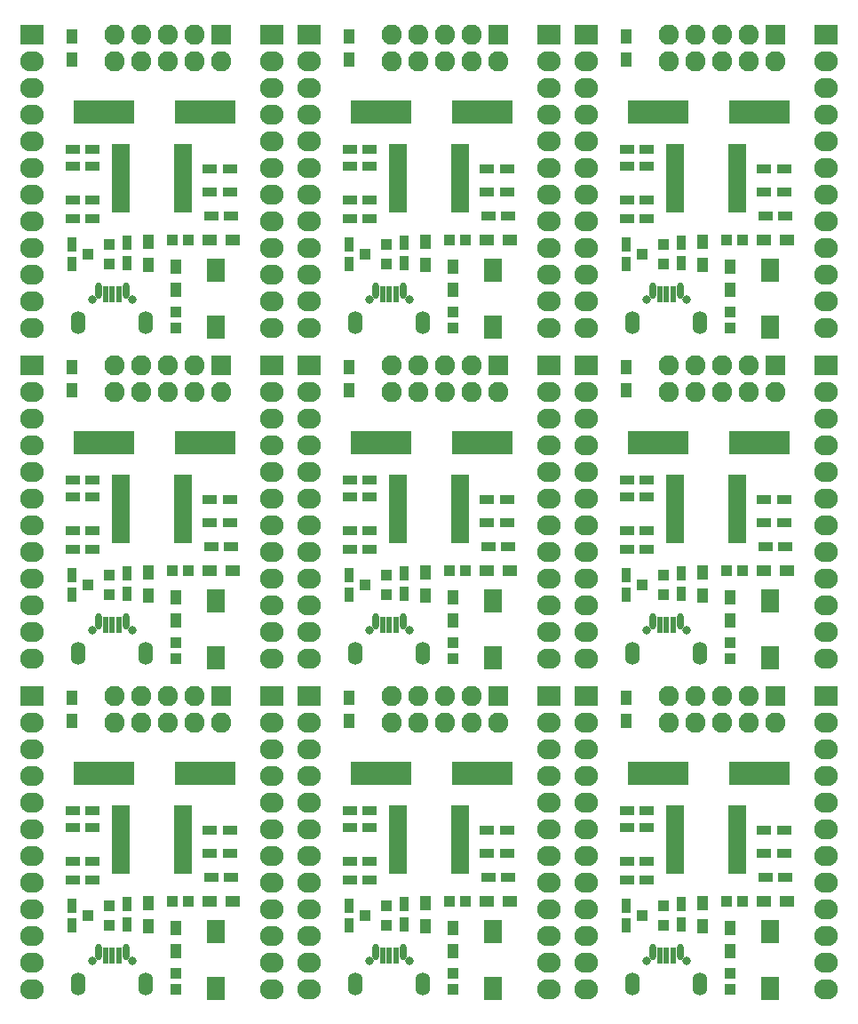
<source format=gts>
G04 #@! TF.FileFunction,Soldermask,Top*
%FSLAX46Y46*%
G04 Gerber Fmt 4.6, Leading zero omitted, Abs format (unit mm)*
G04 Created by KiCad (PCBNEW 4.0.1-2.201512121406+6195~38~ubuntu15.10.1-stable) date Monday, December 14, 2015 PM10:15:38 HKT*
%MOMM*%
G01*
G04 APERTURE LIST*
%ADD10C,0.100000*%
%ADD11R,1.803200X2.203200*%
%ADD12R,5.803900X2.303780*%
%ADD13O,0.603200X1.553200*%
%ADD14R,0.603200X1.553200*%
%ADD15O,1.403200X2.203200*%
%ADD16C,0.803200*%
%ADD17R,1.003300X1.003300*%
%ADD18R,1.653200X0.653200*%
%ADD19R,1.103200X1.403200*%
%ADD20R,1.403200X1.103200*%
%ADD21R,1.930400X1.930400*%
%ADD22O,1.930400X1.930400*%
%ADD23R,2.235200X1.930400*%
%ADD24O,2.235200X1.930400*%
%ADD25R,1.000760X1.000760*%
%ADD26R,1.403200X0.953200*%
%ADD27R,0.953200X1.403200*%
G04 APERTURE END LIST*
D10*
D11*
X72136000Y1872000D03*
X72136000Y7272000D03*
D12*
X61445140Y22352000D03*
X71142860Y22352000D03*
D13*
X60930000Y5286000D03*
D14*
X61580000Y4961000D03*
X62230000Y4961000D03*
X62880000Y4961000D03*
D13*
X63530000Y5286000D03*
D15*
X59030000Y2286000D03*
X65430000Y2286000D03*
D16*
X60330000Y4436000D03*
X64130000Y4436000D03*
D17*
X61960760Y7813000D03*
X61960760Y9713000D03*
X59961780Y8763000D03*
D18*
X63090000Y18927000D03*
X63090000Y18277000D03*
X63090000Y17627000D03*
X63090000Y16977000D03*
X63090000Y16327000D03*
X63090000Y15677000D03*
X63090000Y15027000D03*
X63090000Y14377000D03*
X63090000Y13727000D03*
X63090000Y13077000D03*
X68990000Y13077000D03*
X68990000Y13727000D03*
X68990000Y14377000D03*
X68990000Y15027000D03*
X68990000Y15677000D03*
X68990000Y16327000D03*
X68990000Y16977000D03*
X68990000Y17627000D03*
X68990000Y18277000D03*
X68990000Y18927000D03*
D19*
X68326000Y7577000D03*
X68326000Y5377000D03*
D20*
X71544000Y10160000D03*
X73744000Y10160000D03*
D19*
X58420000Y29548000D03*
X58420000Y27348000D03*
X65659000Y7790000D03*
X65659000Y9990000D03*
D21*
X72644000Y29718000D03*
D22*
X72644000Y27178000D03*
X70104000Y29718000D03*
X70104000Y27178000D03*
X67564000Y29718000D03*
X67564000Y27178000D03*
X65024000Y29718000D03*
X65024000Y27178000D03*
X62484000Y29718000D03*
X62484000Y27178000D03*
D23*
X77470000Y29718000D03*
D24*
X77470000Y27178000D03*
X77470000Y24638000D03*
X77470000Y22098000D03*
X77470000Y19558000D03*
X77470000Y17018000D03*
X77470000Y14478000D03*
X77470000Y11938000D03*
X77470000Y9398000D03*
X77470000Y6858000D03*
X77470000Y4318000D03*
X77470000Y1778000D03*
D23*
X54610000Y29718000D03*
D24*
X54610000Y27178000D03*
X54610000Y24638000D03*
X54610000Y22098000D03*
X54610000Y19558000D03*
X54610000Y17018000D03*
X54610000Y14478000D03*
X54610000Y11938000D03*
X54610000Y9398000D03*
X54610000Y6858000D03*
X54610000Y4318000D03*
X54610000Y1778000D03*
D25*
X68326000Y3289300D03*
X68326000Y1790700D03*
X69456300Y10160000D03*
X67957700Y10160000D03*
D26*
X71694000Y12446000D03*
X73594000Y12446000D03*
D27*
X63627000Y9840000D03*
X63627000Y7940000D03*
D26*
X60386000Y17145000D03*
X58486000Y17145000D03*
X60386000Y18796000D03*
X58486000Y18796000D03*
D27*
X58420000Y7813000D03*
X58420000Y9713000D03*
D26*
X60386000Y13970000D03*
X58486000Y13970000D03*
X60386000Y12192000D03*
X58486000Y12192000D03*
X71567000Y14732000D03*
X73467000Y14732000D03*
X71567000Y16891000D03*
X73467000Y16891000D03*
D11*
X72136000Y33368000D03*
X72136000Y38768000D03*
D12*
X61445140Y53848000D03*
X71142860Y53848000D03*
D13*
X60930000Y36782000D03*
D14*
X61580000Y36457000D03*
X62230000Y36457000D03*
X62880000Y36457000D03*
D13*
X63530000Y36782000D03*
D15*
X59030000Y33782000D03*
X65430000Y33782000D03*
D16*
X60330000Y35932000D03*
X64130000Y35932000D03*
D17*
X61960760Y39309000D03*
X61960760Y41209000D03*
X59961780Y40259000D03*
D18*
X63090000Y50423000D03*
X63090000Y49773000D03*
X63090000Y49123000D03*
X63090000Y48473000D03*
X63090000Y47823000D03*
X63090000Y47173000D03*
X63090000Y46523000D03*
X63090000Y45873000D03*
X63090000Y45223000D03*
X63090000Y44573000D03*
X68990000Y44573000D03*
X68990000Y45223000D03*
X68990000Y45873000D03*
X68990000Y46523000D03*
X68990000Y47173000D03*
X68990000Y47823000D03*
X68990000Y48473000D03*
X68990000Y49123000D03*
X68990000Y49773000D03*
X68990000Y50423000D03*
D19*
X68326000Y39073000D03*
X68326000Y36873000D03*
D20*
X71544000Y41656000D03*
X73744000Y41656000D03*
D19*
X58420000Y61044000D03*
X58420000Y58844000D03*
X65659000Y39286000D03*
X65659000Y41486000D03*
D21*
X72644000Y61214000D03*
D22*
X72644000Y58674000D03*
X70104000Y61214000D03*
X70104000Y58674000D03*
X67564000Y61214000D03*
X67564000Y58674000D03*
X65024000Y61214000D03*
X65024000Y58674000D03*
X62484000Y61214000D03*
X62484000Y58674000D03*
D23*
X77470000Y61214000D03*
D24*
X77470000Y58674000D03*
X77470000Y56134000D03*
X77470000Y53594000D03*
X77470000Y51054000D03*
X77470000Y48514000D03*
X77470000Y45974000D03*
X77470000Y43434000D03*
X77470000Y40894000D03*
X77470000Y38354000D03*
X77470000Y35814000D03*
X77470000Y33274000D03*
D23*
X54610000Y61214000D03*
D24*
X54610000Y58674000D03*
X54610000Y56134000D03*
X54610000Y53594000D03*
X54610000Y51054000D03*
X54610000Y48514000D03*
X54610000Y45974000D03*
X54610000Y43434000D03*
X54610000Y40894000D03*
X54610000Y38354000D03*
X54610000Y35814000D03*
X54610000Y33274000D03*
D25*
X68326000Y34785300D03*
X68326000Y33286700D03*
X69456300Y41656000D03*
X67957700Y41656000D03*
D26*
X71694000Y43942000D03*
X73594000Y43942000D03*
D27*
X63627000Y41336000D03*
X63627000Y39436000D03*
D26*
X60386000Y48641000D03*
X58486000Y48641000D03*
X60386000Y50292000D03*
X58486000Y50292000D03*
D27*
X58420000Y39309000D03*
X58420000Y41209000D03*
D26*
X60386000Y45466000D03*
X58486000Y45466000D03*
X60386000Y43688000D03*
X58486000Y43688000D03*
X71567000Y46228000D03*
X73467000Y46228000D03*
X71567000Y48387000D03*
X73467000Y48387000D03*
D11*
X72136000Y64864000D03*
X72136000Y70264000D03*
D12*
X61445140Y85344000D03*
X71142860Y85344000D03*
D13*
X60930000Y68278000D03*
D14*
X61580000Y67953000D03*
X62230000Y67953000D03*
X62880000Y67953000D03*
D13*
X63530000Y68278000D03*
D15*
X59030000Y65278000D03*
X65430000Y65278000D03*
D16*
X60330000Y67428000D03*
X64130000Y67428000D03*
D17*
X61960760Y70805000D03*
X61960760Y72705000D03*
X59961780Y71755000D03*
D18*
X63090000Y81919000D03*
X63090000Y81269000D03*
X63090000Y80619000D03*
X63090000Y79969000D03*
X63090000Y79319000D03*
X63090000Y78669000D03*
X63090000Y78019000D03*
X63090000Y77369000D03*
X63090000Y76719000D03*
X63090000Y76069000D03*
X68990000Y76069000D03*
X68990000Y76719000D03*
X68990000Y77369000D03*
X68990000Y78019000D03*
X68990000Y78669000D03*
X68990000Y79319000D03*
X68990000Y79969000D03*
X68990000Y80619000D03*
X68990000Y81269000D03*
X68990000Y81919000D03*
D19*
X68326000Y70569000D03*
X68326000Y68369000D03*
D20*
X71544000Y73152000D03*
X73744000Y73152000D03*
D19*
X58420000Y92540000D03*
X58420000Y90340000D03*
X65659000Y70782000D03*
X65659000Y72982000D03*
D21*
X72644000Y92710000D03*
D22*
X72644000Y90170000D03*
X70104000Y92710000D03*
X70104000Y90170000D03*
X67564000Y92710000D03*
X67564000Y90170000D03*
X65024000Y92710000D03*
X65024000Y90170000D03*
X62484000Y92710000D03*
X62484000Y90170000D03*
D23*
X77470000Y92710000D03*
D24*
X77470000Y90170000D03*
X77470000Y87630000D03*
X77470000Y85090000D03*
X77470000Y82550000D03*
X77470000Y80010000D03*
X77470000Y77470000D03*
X77470000Y74930000D03*
X77470000Y72390000D03*
X77470000Y69850000D03*
X77470000Y67310000D03*
X77470000Y64770000D03*
D23*
X54610000Y92710000D03*
D24*
X54610000Y90170000D03*
X54610000Y87630000D03*
X54610000Y85090000D03*
X54610000Y82550000D03*
X54610000Y80010000D03*
X54610000Y77470000D03*
X54610000Y74930000D03*
X54610000Y72390000D03*
X54610000Y69850000D03*
X54610000Y67310000D03*
X54610000Y64770000D03*
D25*
X68326000Y66281300D03*
X68326000Y64782700D03*
X69456300Y73152000D03*
X67957700Y73152000D03*
D26*
X71694000Y75438000D03*
X73594000Y75438000D03*
D27*
X63627000Y72832000D03*
X63627000Y70932000D03*
D26*
X60386000Y80137000D03*
X58486000Y80137000D03*
X60386000Y81788000D03*
X58486000Y81788000D03*
D27*
X58420000Y70805000D03*
X58420000Y72705000D03*
D26*
X60386000Y76962000D03*
X58486000Y76962000D03*
X60386000Y75184000D03*
X58486000Y75184000D03*
X71567000Y77724000D03*
X73467000Y77724000D03*
X71567000Y79883000D03*
X73467000Y79883000D03*
D11*
X45720000Y1872000D03*
X45720000Y7272000D03*
D12*
X35029140Y22352000D03*
X44726860Y22352000D03*
D13*
X34514000Y5286000D03*
D14*
X35164000Y4961000D03*
X35814000Y4961000D03*
X36464000Y4961000D03*
D13*
X37114000Y5286000D03*
D15*
X32614000Y2286000D03*
X39014000Y2286000D03*
D16*
X33914000Y4436000D03*
X37714000Y4436000D03*
D17*
X35544760Y7813000D03*
X35544760Y9713000D03*
X33545780Y8763000D03*
D18*
X36674000Y18927000D03*
X36674000Y18277000D03*
X36674000Y17627000D03*
X36674000Y16977000D03*
X36674000Y16327000D03*
X36674000Y15677000D03*
X36674000Y15027000D03*
X36674000Y14377000D03*
X36674000Y13727000D03*
X36674000Y13077000D03*
X42574000Y13077000D03*
X42574000Y13727000D03*
X42574000Y14377000D03*
X42574000Y15027000D03*
X42574000Y15677000D03*
X42574000Y16327000D03*
X42574000Y16977000D03*
X42574000Y17627000D03*
X42574000Y18277000D03*
X42574000Y18927000D03*
D19*
X41910000Y7577000D03*
X41910000Y5377000D03*
D20*
X45128000Y10160000D03*
X47328000Y10160000D03*
D19*
X32004000Y29548000D03*
X32004000Y27348000D03*
X39243000Y7790000D03*
X39243000Y9990000D03*
D21*
X46228000Y29718000D03*
D22*
X46228000Y27178000D03*
X43688000Y29718000D03*
X43688000Y27178000D03*
X41148000Y29718000D03*
X41148000Y27178000D03*
X38608000Y29718000D03*
X38608000Y27178000D03*
X36068000Y29718000D03*
X36068000Y27178000D03*
D23*
X51054000Y29718000D03*
D24*
X51054000Y27178000D03*
X51054000Y24638000D03*
X51054000Y22098000D03*
X51054000Y19558000D03*
X51054000Y17018000D03*
X51054000Y14478000D03*
X51054000Y11938000D03*
X51054000Y9398000D03*
X51054000Y6858000D03*
X51054000Y4318000D03*
X51054000Y1778000D03*
D23*
X28194000Y29718000D03*
D24*
X28194000Y27178000D03*
X28194000Y24638000D03*
X28194000Y22098000D03*
X28194000Y19558000D03*
X28194000Y17018000D03*
X28194000Y14478000D03*
X28194000Y11938000D03*
X28194000Y9398000D03*
X28194000Y6858000D03*
X28194000Y4318000D03*
X28194000Y1778000D03*
D25*
X41910000Y3289300D03*
X41910000Y1790700D03*
X43040300Y10160000D03*
X41541700Y10160000D03*
D26*
X45278000Y12446000D03*
X47178000Y12446000D03*
D27*
X37211000Y9840000D03*
X37211000Y7940000D03*
D26*
X33970000Y17145000D03*
X32070000Y17145000D03*
X33970000Y18796000D03*
X32070000Y18796000D03*
D27*
X32004000Y7813000D03*
X32004000Y9713000D03*
D26*
X33970000Y13970000D03*
X32070000Y13970000D03*
X33970000Y12192000D03*
X32070000Y12192000D03*
X45151000Y14732000D03*
X47051000Y14732000D03*
X45151000Y16891000D03*
X47051000Y16891000D03*
D11*
X45720000Y33368000D03*
X45720000Y38768000D03*
D12*
X35029140Y53848000D03*
X44726860Y53848000D03*
D13*
X34514000Y36782000D03*
D14*
X35164000Y36457000D03*
X35814000Y36457000D03*
X36464000Y36457000D03*
D13*
X37114000Y36782000D03*
D15*
X32614000Y33782000D03*
X39014000Y33782000D03*
D16*
X33914000Y35932000D03*
X37714000Y35932000D03*
D17*
X35544760Y39309000D03*
X35544760Y41209000D03*
X33545780Y40259000D03*
D18*
X36674000Y50423000D03*
X36674000Y49773000D03*
X36674000Y49123000D03*
X36674000Y48473000D03*
X36674000Y47823000D03*
X36674000Y47173000D03*
X36674000Y46523000D03*
X36674000Y45873000D03*
X36674000Y45223000D03*
X36674000Y44573000D03*
X42574000Y44573000D03*
X42574000Y45223000D03*
X42574000Y45873000D03*
X42574000Y46523000D03*
X42574000Y47173000D03*
X42574000Y47823000D03*
X42574000Y48473000D03*
X42574000Y49123000D03*
X42574000Y49773000D03*
X42574000Y50423000D03*
D19*
X41910000Y39073000D03*
X41910000Y36873000D03*
D20*
X45128000Y41656000D03*
X47328000Y41656000D03*
D19*
X32004000Y61044000D03*
X32004000Y58844000D03*
X39243000Y39286000D03*
X39243000Y41486000D03*
D21*
X46228000Y61214000D03*
D22*
X46228000Y58674000D03*
X43688000Y61214000D03*
X43688000Y58674000D03*
X41148000Y61214000D03*
X41148000Y58674000D03*
X38608000Y61214000D03*
X38608000Y58674000D03*
X36068000Y61214000D03*
X36068000Y58674000D03*
D23*
X51054000Y61214000D03*
D24*
X51054000Y58674000D03*
X51054000Y56134000D03*
X51054000Y53594000D03*
X51054000Y51054000D03*
X51054000Y48514000D03*
X51054000Y45974000D03*
X51054000Y43434000D03*
X51054000Y40894000D03*
X51054000Y38354000D03*
X51054000Y35814000D03*
X51054000Y33274000D03*
D23*
X28194000Y61214000D03*
D24*
X28194000Y58674000D03*
X28194000Y56134000D03*
X28194000Y53594000D03*
X28194000Y51054000D03*
X28194000Y48514000D03*
X28194000Y45974000D03*
X28194000Y43434000D03*
X28194000Y40894000D03*
X28194000Y38354000D03*
X28194000Y35814000D03*
X28194000Y33274000D03*
D25*
X41910000Y34785300D03*
X41910000Y33286700D03*
X43040300Y41656000D03*
X41541700Y41656000D03*
D26*
X45278000Y43942000D03*
X47178000Y43942000D03*
D27*
X37211000Y41336000D03*
X37211000Y39436000D03*
D26*
X33970000Y48641000D03*
X32070000Y48641000D03*
X33970000Y50292000D03*
X32070000Y50292000D03*
D27*
X32004000Y39309000D03*
X32004000Y41209000D03*
D26*
X33970000Y45466000D03*
X32070000Y45466000D03*
X33970000Y43688000D03*
X32070000Y43688000D03*
X45151000Y46228000D03*
X47051000Y46228000D03*
X45151000Y48387000D03*
X47051000Y48387000D03*
D11*
X45720000Y64864000D03*
X45720000Y70264000D03*
D12*
X35029140Y85344000D03*
X44726860Y85344000D03*
D13*
X34514000Y68278000D03*
D14*
X35164000Y67953000D03*
X35814000Y67953000D03*
X36464000Y67953000D03*
D13*
X37114000Y68278000D03*
D15*
X32614000Y65278000D03*
X39014000Y65278000D03*
D16*
X33914000Y67428000D03*
X37714000Y67428000D03*
D17*
X35544760Y70805000D03*
X35544760Y72705000D03*
X33545780Y71755000D03*
D18*
X36674000Y81919000D03*
X36674000Y81269000D03*
X36674000Y80619000D03*
X36674000Y79969000D03*
X36674000Y79319000D03*
X36674000Y78669000D03*
X36674000Y78019000D03*
X36674000Y77369000D03*
X36674000Y76719000D03*
X36674000Y76069000D03*
X42574000Y76069000D03*
X42574000Y76719000D03*
X42574000Y77369000D03*
X42574000Y78019000D03*
X42574000Y78669000D03*
X42574000Y79319000D03*
X42574000Y79969000D03*
X42574000Y80619000D03*
X42574000Y81269000D03*
X42574000Y81919000D03*
D19*
X41910000Y70569000D03*
X41910000Y68369000D03*
D20*
X45128000Y73152000D03*
X47328000Y73152000D03*
D19*
X32004000Y92540000D03*
X32004000Y90340000D03*
X39243000Y70782000D03*
X39243000Y72982000D03*
D21*
X46228000Y92710000D03*
D22*
X46228000Y90170000D03*
X43688000Y92710000D03*
X43688000Y90170000D03*
X41148000Y92710000D03*
X41148000Y90170000D03*
X38608000Y92710000D03*
X38608000Y90170000D03*
X36068000Y92710000D03*
X36068000Y90170000D03*
D23*
X51054000Y92710000D03*
D24*
X51054000Y90170000D03*
X51054000Y87630000D03*
X51054000Y85090000D03*
X51054000Y82550000D03*
X51054000Y80010000D03*
X51054000Y77470000D03*
X51054000Y74930000D03*
X51054000Y72390000D03*
X51054000Y69850000D03*
X51054000Y67310000D03*
X51054000Y64770000D03*
D23*
X28194000Y92710000D03*
D24*
X28194000Y90170000D03*
X28194000Y87630000D03*
X28194000Y85090000D03*
X28194000Y82550000D03*
X28194000Y80010000D03*
X28194000Y77470000D03*
X28194000Y74930000D03*
X28194000Y72390000D03*
X28194000Y69850000D03*
X28194000Y67310000D03*
X28194000Y64770000D03*
D25*
X41910000Y66281300D03*
X41910000Y64782700D03*
X43040300Y73152000D03*
X41541700Y73152000D03*
D26*
X45278000Y75438000D03*
X47178000Y75438000D03*
D27*
X37211000Y72832000D03*
X37211000Y70932000D03*
D26*
X33970000Y80137000D03*
X32070000Y80137000D03*
X33970000Y81788000D03*
X32070000Y81788000D03*
D27*
X32004000Y70805000D03*
X32004000Y72705000D03*
D26*
X33970000Y76962000D03*
X32070000Y76962000D03*
X33970000Y75184000D03*
X32070000Y75184000D03*
X45151000Y77724000D03*
X47051000Y77724000D03*
X45151000Y79883000D03*
X47051000Y79883000D03*
D11*
X19304000Y1872000D03*
X19304000Y7272000D03*
D12*
X8613140Y22352000D03*
X18310860Y22352000D03*
D13*
X8098000Y5286000D03*
D14*
X8748000Y4961000D03*
X9398000Y4961000D03*
X10048000Y4961000D03*
D13*
X10698000Y5286000D03*
D15*
X6198000Y2286000D03*
X12598000Y2286000D03*
D16*
X7498000Y4436000D03*
X11298000Y4436000D03*
D17*
X9128760Y7813000D03*
X9128760Y9713000D03*
X7129780Y8763000D03*
D18*
X10258000Y18927000D03*
X10258000Y18277000D03*
X10258000Y17627000D03*
X10258000Y16977000D03*
X10258000Y16327000D03*
X10258000Y15677000D03*
X10258000Y15027000D03*
X10258000Y14377000D03*
X10258000Y13727000D03*
X10258000Y13077000D03*
X16158000Y13077000D03*
X16158000Y13727000D03*
X16158000Y14377000D03*
X16158000Y15027000D03*
X16158000Y15677000D03*
X16158000Y16327000D03*
X16158000Y16977000D03*
X16158000Y17627000D03*
X16158000Y18277000D03*
X16158000Y18927000D03*
D19*
X15494000Y7577000D03*
X15494000Y5377000D03*
D20*
X18712000Y10160000D03*
X20912000Y10160000D03*
D19*
X5588000Y29548000D03*
X5588000Y27348000D03*
X12827000Y7790000D03*
X12827000Y9990000D03*
D21*
X19812000Y29718000D03*
D22*
X19812000Y27178000D03*
X17272000Y29718000D03*
X17272000Y27178000D03*
X14732000Y29718000D03*
X14732000Y27178000D03*
X12192000Y29718000D03*
X12192000Y27178000D03*
X9652000Y29718000D03*
X9652000Y27178000D03*
D23*
X24638000Y29718000D03*
D24*
X24638000Y27178000D03*
X24638000Y24638000D03*
X24638000Y22098000D03*
X24638000Y19558000D03*
X24638000Y17018000D03*
X24638000Y14478000D03*
X24638000Y11938000D03*
X24638000Y9398000D03*
X24638000Y6858000D03*
X24638000Y4318000D03*
X24638000Y1778000D03*
D23*
X1778000Y29718000D03*
D24*
X1778000Y27178000D03*
X1778000Y24638000D03*
X1778000Y22098000D03*
X1778000Y19558000D03*
X1778000Y17018000D03*
X1778000Y14478000D03*
X1778000Y11938000D03*
X1778000Y9398000D03*
X1778000Y6858000D03*
X1778000Y4318000D03*
X1778000Y1778000D03*
D25*
X15494000Y3289300D03*
X15494000Y1790700D03*
X16624300Y10160000D03*
X15125700Y10160000D03*
D26*
X18862000Y12446000D03*
X20762000Y12446000D03*
D27*
X10795000Y9840000D03*
X10795000Y7940000D03*
D26*
X7554000Y17145000D03*
X5654000Y17145000D03*
X7554000Y18796000D03*
X5654000Y18796000D03*
D27*
X5588000Y7813000D03*
X5588000Y9713000D03*
D26*
X7554000Y13970000D03*
X5654000Y13970000D03*
X7554000Y12192000D03*
X5654000Y12192000D03*
X18735000Y14732000D03*
X20635000Y14732000D03*
X18735000Y16891000D03*
X20635000Y16891000D03*
D11*
X19304000Y33368000D03*
X19304000Y38768000D03*
D12*
X8613140Y53848000D03*
X18310860Y53848000D03*
D13*
X8098000Y36782000D03*
D14*
X8748000Y36457000D03*
X9398000Y36457000D03*
X10048000Y36457000D03*
D13*
X10698000Y36782000D03*
D15*
X6198000Y33782000D03*
X12598000Y33782000D03*
D16*
X7498000Y35932000D03*
X11298000Y35932000D03*
D17*
X9128760Y39309000D03*
X9128760Y41209000D03*
X7129780Y40259000D03*
D18*
X10258000Y50423000D03*
X10258000Y49773000D03*
X10258000Y49123000D03*
X10258000Y48473000D03*
X10258000Y47823000D03*
X10258000Y47173000D03*
X10258000Y46523000D03*
X10258000Y45873000D03*
X10258000Y45223000D03*
X10258000Y44573000D03*
X16158000Y44573000D03*
X16158000Y45223000D03*
X16158000Y45873000D03*
X16158000Y46523000D03*
X16158000Y47173000D03*
X16158000Y47823000D03*
X16158000Y48473000D03*
X16158000Y49123000D03*
X16158000Y49773000D03*
X16158000Y50423000D03*
D19*
X15494000Y39073000D03*
X15494000Y36873000D03*
D20*
X18712000Y41656000D03*
X20912000Y41656000D03*
D19*
X5588000Y61044000D03*
X5588000Y58844000D03*
X12827000Y39286000D03*
X12827000Y41486000D03*
D21*
X19812000Y61214000D03*
D22*
X19812000Y58674000D03*
X17272000Y61214000D03*
X17272000Y58674000D03*
X14732000Y61214000D03*
X14732000Y58674000D03*
X12192000Y61214000D03*
X12192000Y58674000D03*
X9652000Y61214000D03*
X9652000Y58674000D03*
D23*
X24638000Y61214000D03*
D24*
X24638000Y58674000D03*
X24638000Y56134000D03*
X24638000Y53594000D03*
X24638000Y51054000D03*
X24638000Y48514000D03*
X24638000Y45974000D03*
X24638000Y43434000D03*
X24638000Y40894000D03*
X24638000Y38354000D03*
X24638000Y35814000D03*
X24638000Y33274000D03*
D23*
X1778000Y61214000D03*
D24*
X1778000Y58674000D03*
X1778000Y56134000D03*
X1778000Y53594000D03*
X1778000Y51054000D03*
X1778000Y48514000D03*
X1778000Y45974000D03*
X1778000Y43434000D03*
X1778000Y40894000D03*
X1778000Y38354000D03*
X1778000Y35814000D03*
X1778000Y33274000D03*
D25*
X15494000Y34785300D03*
X15494000Y33286700D03*
X16624300Y41656000D03*
X15125700Y41656000D03*
D26*
X18862000Y43942000D03*
X20762000Y43942000D03*
D27*
X10795000Y41336000D03*
X10795000Y39436000D03*
D26*
X7554000Y48641000D03*
X5654000Y48641000D03*
X7554000Y50292000D03*
X5654000Y50292000D03*
D27*
X5588000Y39309000D03*
X5588000Y41209000D03*
D26*
X7554000Y45466000D03*
X5654000Y45466000D03*
X7554000Y43688000D03*
X5654000Y43688000D03*
X18735000Y46228000D03*
X20635000Y46228000D03*
X18735000Y48387000D03*
X20635000Y48387000D03*
X18735000Y79883000D03*
X20635000Y79883000D03*
X18735000Y77724000D03*
X20635000Y77724000D03*
X7554000Y75184000D03*
X5654000Y75184000D03*
X7554000Y76962000D03*
X5654000Y76962000D03*
D27*
X5588000Y70805000D03*
X5588000Y72705000D03*
D26*
X7554000Y81788000D03*
X5654000Y81788000D03*
X7554000Y80137000D03*
X5654000Y80137000D03*
D27*
X10795000Y72832000D03*
X10795000Y70932000D03*
D26*
X18862000Y75438000D03*
X20762000Y75438000D03*
D25*
X16624300Y73152000D03*
X15125700Y73152000D03*
X15494000Y66281300D03*
X15494000Y64782700D03*
D23*
X1778000Y92710000D03*
D24*
X1778000Y90170000D03*
X1778000Y87630000D03*
X1778000Y85090000D03*
X1778000Y82550000D03*
X1778000Y80010000D03*
X1778000Y77470000D03*
X1778000Y74930000D03*
X1778000Y72390000D03*
X1778000Y69850000D03*
X1778000Y67310000D03*
X1778000Y64770000D03*
D23*
X24638000Y92710000D03*
D24*
X24638000Y90170000D03*
X24638000Y87630000D03*
X24638000Y85090000D03*
X24638000Y82550000D03*
X24638000Y80010000D03*
X24638000Y77470000D03*
X24638000Y74930000D03*
X24638000Y72390000D03*
X24638000Y69850000D03*
X24638000Y67310000D03*
X24638000Y64770000D03*
D21*
X19812000Y92710000D03*
D22*
X19812000Y90170000D03*
X17272000Y92710000D03*
X17272000Y90170000D03*
X14732000Y92710000D03*
X14732000Y90170000D03*
X12192000Y92710000D03*
X12192000Y90170000D03*
X9652000Y92710000D03*
X9652000Y90170000D03*
D19*
X12827000Y70782000D03*
X12827000Y72982000D03*
X5588000Y92540000D03*
X5588000Y90340000D03*
D20*
X18712000Y73152000D03*
X20912000Y73152000D03*
D19*
X15494000Y70569000D03*
X15494000Y68369000D03*
D18*
X10258000Y81919000D03*
X10258000Y81269000D03*
X10258000Y80619000D03*
X10258000Y79969000D03*
X10258000Y79319000D03*
X10258000Y78669000D03*
X10258000Y78019000D03*
X10258000Y77369000D03*
X10258000Y76719000D03*
X10258000Y76069000D03*
X16158000Y76069000D03*
X16158000Y76719000D03*
X16158000Y77369000D03*
X16158000Y78019000D03*
X16158000Y78669000D03*
X16158000Y79319000D03*
X16158000Y79969000D03*
X16158000Y80619000D03*
X16158000Y81269000D03*
X16158000Y81919000D03*
D17*
X9128760Y70805000D03*
X9128760Y72705000D03*
X7129780Y71755000D03*
D13*
X8098000Y68278000D03*
D14*
X8748000Y67953000D03*
X9398000Y67953000D03*
X10048000Y67953000D03*
D13*
X10698000Y68278000D03*
D15*
X6198000Y65278000D03*
X12598000Y65278000D03*
D16*
X7498000Y67428000D03*
X11298000Y67428000D03*
D12*
X8613140Y85344000D03*
X18310860Y85344000D03*
D11*
X19304000Y64864000D03*
X19304000Y70264000D03*
M02*

</source>
